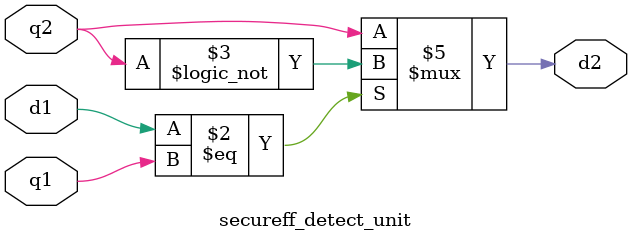
<source format=sv>
module secureff_detect_unit(input logic d1,q1,q2,output logic d2);
always_comb
if (d1==q1) d2=!q2;
else d2=q2;
endmodule
</source>
